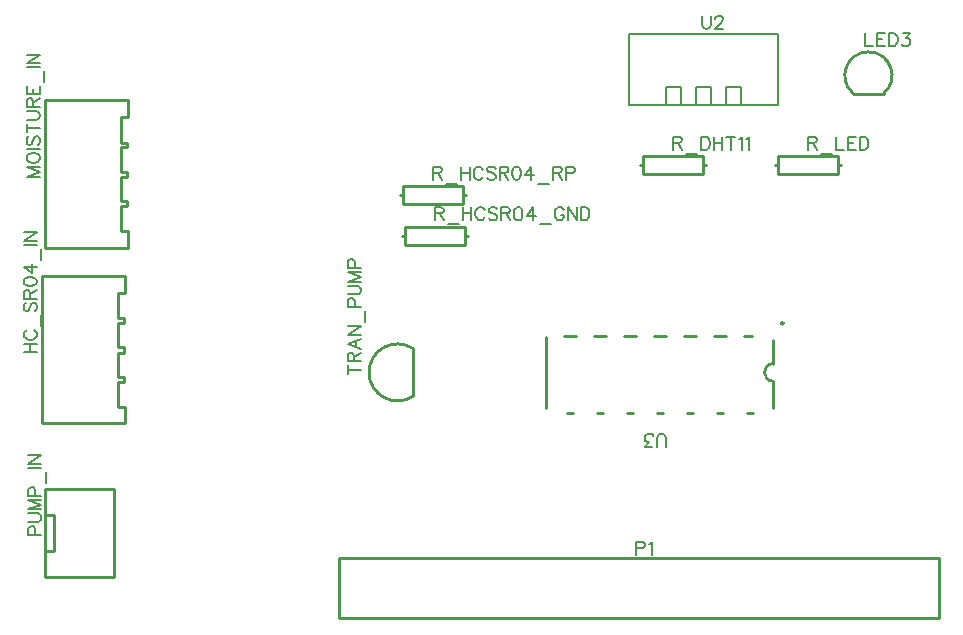
<source format=gto>
G04 Layer: TopSilkLayer*
G04 EasyEDA v6.4.25, 2021-11-13T19:12:50+01:00*
G04 31547cc466d84fccb4009b5d61a499b9,d3ae98efc0754b289f344a683f097ee4,10*
G04 Gerber Generator version 0.2*
G04 Scale: 100 percent, Rotated: No, Reflected: No *
G04 Dimensions in millimeters *
G04 leading zeros omitted , absolute positions ,4 integer and 5 decimal *
%FSLAX45Y45*%
%MOMM*%

%ADD10C,0.2540*%
%ADD23C,0.2032*%
%ADD24C,0.1524*%

%LPD*%
D24*
X37084Y2355469D02*
G01*
X146050Y2355469D01*
X37084Y2428112D02*
G01*
X146050Y2428112D01*
X88900Y2355469D02*
G01*
X88900Y2428112D01*
X62992Y2540380D02*
G01*
X52578Y2535301D01*
X42163Y2524887D01*
X37084Y2514472D01*
X37084Y2493645D01*
X42163Y2483230D01*
X52578Y2472817D01*
X62992Y2467737D01*
X78739Y2462403D01*
X104647Y2462403D01*
X120142Y2467737D01*
X130555Y2472817D01*
X140970Y2483230D01*
X146050Y2493645D01*
X146050Y2514472D01*
X140970Y2524887D01*
X130555Y2535301D01*
X120142Y2540380D01*
X182626Y2574670D02*
G01*
X182626Y2668143D01*
X52578Y2775330D02*
G01*
X42163Y2764917D01*
X37084Y2749169D01*
X37084Y2728595D01*
X42163Y2712846D01*
X52578Y2702432D01*
X62992Y2702432D01*
X73405Y2707767D01*
X78739Y2712846D01*
X83820Y2723261D01*
X94234Y2754503D01*
X99313Y2764917D01*
X104647Y2769996D01*
X115062Y2775330D01*
X130555Y2775330D01*
X140970Y2764917D01*
X146050Y2749169D01*
X146050Y2728595D01*
X140970Y2712846D01*
X130555Y2702432D01*
X37084Y2809620D02*
G01*
X146050Y2809620D01*
X37084Y2809620D02*
G01*
X37084Y2856356D01*
X42163Y2871851D01*
X47497Y2877185D01*
X57912Y2882264D01*
X68326Y2882264D01*
X78739Y2877185D01*
X83820Y2871851D01*
X88900Y2856356D01*
X88900Y2809620D01*
X88900Y2845943D02*
G01*
X146050Y2882264D01*
X37084Y2947796D02*
G01*
X42163Y2932048D01*
X57912Y2921888D01*
X83820Y2916554D01*
X99313Y2916554D01*
X125476Y2921888D01*
X140970Y2932048D01*
X146050Y2947796D01*
X146050Y2958211D01*
X140970Y2973704D01*
X125476Y2984119D01*
X99313Y2989198D01*
X83820Y2989198D01*
X57912Y2984119D01*
X42163Y2973704D01*
X37084Y2958211D01*
X37084Y2947796D01*
X37084Y3075559D02*
G01*
X109728Y3023488D01*
X109728Y3101467D01*
X37084Y3075559D02*
G01*
X146050Y3075559D01*
X182626Y3135756D02*
G01*
X182626Y3229229D01*
X37084Y3263519D02*
G01*
X146050Y3263519D01*
X37084Y3297809D02*
G01*
X146050Y3297809D01*
X37084Y3297809D02*
G01*
X146050Y3370706D01*
X37084Y3370706D02*
G01*
X146050Y3370706D01*
X62484Y3841369D02*
G01*
X171450Y3841369D01*
X62484Y3841369D02*
G01*
X171450Y3883025D01*
X62484Y3924427D02*
G01*
X171450Y3883025D01*
X62484Y3924427D02*
G01*
X171450Y3924427D01*
X62484Y3989959D02*
G01*
X67563Y3979545D01*
X77978Y3969130D01*
X88392Y3964051D01*
X104139Y3958717D01*
X130047Y3958717D01*
X145542Y3964051D01*
X155955Y3969130D01*
X166370Y3979545D01*
X171450Y3989959D01*
X171450Y4010787D01*
X166370Y4021201D01*
X155955Y4031614D01*
X145542Y4036695D01*
X130047Y4042029D01*
X104139Y4042029D01*
X88392Y4036695D01*
X77978Y4031614D01*
X67563Y4021201D01*
X62484Y4010787D01*
X62484Y3989959D01*
X62484Y4076319D02*
G01*
X171450Y4076319D01*
X77978Y4183253D02*
G01*
X67563Y4172838D01*
X62484Y4157345D01*
X62484Y4136517D01*
X67563Y4120769D01*
X77978Y4110609D01*
X88392Y4110609D01*
X98805Y4115688D01*
X104139Y4120769D01*
X109220Y4131182D01*
X119634Y4162425D01*
X124713Y4172838D01*
X130047Y4177919D01*
X140462Y4183253D01*
X155955Y4183253D01*
X166370Y4172838D01*
X171450Y4157345D01*
X171450Y4136517D01*
X166370Y4120769D01*
X155955Y4110609D01*
X62484Y4253864D02*
G01*
X171450Y4253864D01*
X62484Y4217543D02*
G01*
X62484Y4290187D01*
X62484Y4324477D02*
G01*
X140462Y4324477D01*
X155955Y4329811D01*
X166370Y4340225D01*
X171450Y4355719D01*
X171450Y4366132D01*
X166370Y4381627D01*
X155955Y4392040D01*
X140462Y4397375D01*
X62484Y4397375D01*
X62484Y4431664D02*
G01*
X171450Y4431664D01*
X62484Y4431664D02*
G01*
X62484Y4478401D01*
X67563Y4493895D01*
X72897Y4499229D01*
X83312Y4504309D01*
X93726Y4504309D01*
X104139Y4499229D01*
X109220Y4493895D01*
X114300Y4478401D01*
X114300Y4431664D01*
X114300Y4467987D02*
G01*
X171450Y4504309D01*
X62484Y4538598D02*
G01*
X171450Y4538598D01*
X62484Y4538598D02*
G01*
X62484Y4606162D01*
X114300Y4538598D02*
G01*
X114300Y4580254D01*
X171450Y4538598D02*
G01*
X171450Y4606162D01*
X208026Y4640453D02*
G01*
X208026Y4733925D01*
X62484Y4768214D02*
G01*
X171450Y4768214D01*
X62484Y4802504D02*
G01*
X171450Y4802504D01*
X62484Y4802504D02*
G01*
X171450Y4875148D01*
X62484Y4875148D02*
G01*
X171450Y4875148D01*
X7162800Y5055615D02*
G01*
X7162800Y4946650D01*
X7162800Y4946650D02*
G01*
X7225029Y4946650D01*
X7259320Y5055615D02*
G01*
X7259320Y4946650D01*
X7259320Y5055615D02*
G01*
X7326884Y5055615D01*
X7259320Y5003800D02*
G01*
X7300975Y5003800D01*
X7259320Y4946650D02*
G01*
X7326884Y4946650D01*
X7361174Y5055615D02*
G01*
X7361174Y4946650D01*
X7361174Y5055615D02*
G01*
X7397750Y5055615D01*
X7413243Y5050536D01*
X7423658Y5040121D01*
X7428738Y5029707D01*
X7434072Y5013960D01*
X7434072Y4988052D01*
X7428738Y4972557D01*
X7423658Y4962144D01*
X7413243Y4951729D01*
X7397750Y4946650D01*
X7361174Y4946650D01*
X7478775Y5055615D02*
G01*
X7535925Y5055615D01*
X7504684Y5013960D01*
X7520177Y5013960D01*
X7530591Y5008879D01*
X7535925Y5003800D01*
X7541006Y4988052D01*
X7541006Y4977637D01*
X7535925Y4962144D01*
X7525511Y4951729D01*
X7509763Y4946650D01*
X7494270Y4946650D01*
X7478775Y4951729D01*
X7473441Y4956810D01*
X7468361Y4967223D01*
X5219700Y750315D02*
G01*
X5219700Y641350D01*
X5219700Y750315D02*
G01*
X5266436Y750315D01*
X5281929Y745236D01*
X5287263Y739902D01*
X5292343Y729487D01*
X5292343Y713994D01*
X5287263Y703579D01*
X5281929Y698500D01*
X5266436Y693165D01*
X5219700Y693165D01*
X5326634Y729487D02*
G01*
X5337047Y734821D01*
X5352795Y750315D01*
X5352795Y641350D01*
X75184Y810099D02*
G01*
X184150Y810099D01*
X75184Y810099D02*
G01*
X75184Y856835D01*
X80263Y872329D01*
X85597Y877663D01*
X96012Y882743D01*
X111505Y882743D01*
X121920Y877663D01*
X127000Y872329D01*
X132334Y856835D01*
X132334Y810099D01*
X75184Y917033D02*
G01*
X153162Y917033D01*
X168655Y922367D01*
X179070Y932781D01*
X184150Y948275D01*
X184150Y958689D01*
X179070Y974183D01*
X168655Y984597D01*
X153162Y989931D01*
X75184Y989931D01*
X75184Y1024221D02*
G01*
X184150Y1024221D01*
X75184Y1024221D02*
G01*
X184150Y1065623D01*
X75184Y1107279D02*
G01*
X184150Y1065623D01*
X75184Y1107279D02*
G01*
X184150Y1107279D01*
X75184Y1141569D02*
G01*
X184150Y1141569D01*
X75184Y1141569D02*
G01*
X75184Y1188305D01*
X80263Y1203799D01*
X85597Y1209133D01*
X96012Y1214213D01*
X111505Y1214213D01*
X121920Y1209133D01*
X127000Y1203799D01*
X132334Y1188305D01*
X132334Y1141569D01*
X220726Y1248503D02*
G01*
X220726Y1342229D01*
X75184Y1376519D02*
G01*
X184150Y1376519D01*
X75184Y1410809D02*
G01*
X184150Y1410809D01*
X75184Y1410809D02*
G01*
X184150Y1483453D01*
X75184Y1483453D02*
G01*
X184150Y1483453D01*
X5537200Y4179315D02*
G01*
X5537200Y4070350D01*
X5537200Y4179315D02*
G01*
X5583936Y4179315D01*
X5599429Y4174236D01*
X5604763Y4168902D01*
X5609843Y4158487D01*
X5609843Y4148073D01*
X5604763Y4137660D01*
X5599429Y4132579D01*
X5583936Y4127500D01*
X5537200Y4127500D01*
X5573522Y4127500D02*
G01*
X5609843Y4070350D01*
X5644134Y4033773D02*
G01*
X5737859Y4033773D01*
X5772150Y4179315D02*
G01*
X5772150Y4070350D01*
X5772150Y4179315D02*
G01*
X5808472Y4179315D01*
X5823965Y4174236D01*
X5834379Y4163821D01*
X5839459Y4153407D01*
X5844793Y4137660D01*
X5844793Y4111752D01*
X5839459Y4096257D01*
X5834379Y4085844D01*
X5823965Y4075429D01*
X5808472Y4070350D01*
X5772150Y4070350D01*
X5879084Y4179315D02*
G01*
X5879084Y4070350D01*
X5951727Y4179315D02*
G01*
X5951727Y4070350D01*
X5879084Y4127500D02*
G01*
X5951727Y4127500D01*
X6022340Y4179315D02*
G01*
X6022340Y4070350D01*
X5986018Y4179315D02*
G01*
X6058915Y4179315D01*
X6093206Y4158487D02*
G01*
X6103620Y4163821D01*
X6119113Y4179315D01*
X6119113Y4070350D01*
X6153404Y4158487D02*
G01*
X6163818Y4163821D01*
X6179311Y4179315D01*
X6179311Y4070350D01*
X3517900Y3582415D02*
G01*
X3517900Y3473450D01*
X3517900Y3582415D02*
G01*
X3564636Y3582415D01*
X3580129Y3577336D01*
X3585463Y3572002D01*
X3590543Y3561587D01*
X3590543Y3551173D01*
X3585463Y3540760D01*
X3580129Y3535679D01*
X3564636Y3530600D01*
X3517900Y3530600D01*
X3554222Y3530600D02*
G01*
X3590543Y3473450D01*
X3624834Y3436873D02*
G01*
X3718559Y3436873D01*
X3752850Y3582415D02*
G01*
X3752850Y3473450D01*
X3825493Y3582415D02*
G01*
X3825493Y3473450D01*
X3752850Y3530600D02*
G01*
X3825493Y3530600D01*
X3937761Y3556507D02*
G01*
X3932427Y3566921D01*
X3922013Y3577336D01*
X3911600Y3582415D01*
X3891025Y3582415D01*
X3880611Y3577336D01*
X3870197Y3566921D01*
X3864863Y3556507D01*
X3859784Y3540760D01*
X3859784Y3514852D01*
X3864863Y3499357D01*
X3870197Y3488944D01*
X3880611Y3478529D01*
X3891025Y3473450D01*
X3911600Y3473450D01*
X3922013Y3478529D01*
X3932427Y3488944D01*
X3937761Y3499357D01*
X4044695Y3566921D02*
G01*
X4034281Y3577336D01*
X4018788Y3582415D01*
X3997959Y3582415D01*
X3982465Y3577336D01*
X3972052Y3566921D01*
X3972052Y3556507D01*
X3977131Y3546094D01*
X3982465Y3540760D01*
X3992879Y3535679D01*
X4023868Y3525265D01*
X4034281Y3520186D01*
X4039615Y3514852D01*
X4044695Y3504437D01*
X4044695Y3488944D01*
X4034281Y3478529D01*
X4018788Y3473450D01*
X3997959Y3473450D01*
X3982465Y3478529D01*
X3972052Y3488944D01*
X4078986Y3582415D02*
G01*
X4078986Y3473450D01*
X4078986Y3582415D02*
G01*
X4125722Y3582415D01*
X4141470Y3577336D01*
X4146550Y3572002D01*
X4151629Y3561587D01*
X4151629Y3551173D01*
X4146550Y3540760D01*
X4141470Y3535679D01*
X4125722Y3530600D01*
X4078986Y3530600D01*
X4115308Y3530600D02*
G01*
X4151629Y3473450D01*
X4217161Y3582415D02*
G01*
X4201668Y3577336D01*
X4191254Y3561587D01*
X4185920Y3535679D01*
X4185920Y3520186D01*
X4191254Y3494023D01*
X4201668Y3478529D01*
X4217161Y3473450D01*
X4227575Y3473450D01*
X4243070Y3478529D01*
X4253484Y3494023D01*
X4258818Y3520186D01*
X4258818Y3535679D01*
X4253484Y3561587D01*
X4243070Y3577336D01*
X4227575Y3582415D01*
X4217161Y3582415D01*
X4344924Y3582415D02*
G01*
X4293108Y3509771D01*
X4371086Y3509771D01*
X4344924Y3582415D02*
G01*
X4344924Y3473450D01*
X4405375Y3436873D02*
G01*
X4498847Y3436873D01*
X4611115Y3556507D02*
G01*
X4605781Y3566921D01*
X4595368Y3577336D01*
X4584954Y3582415D01*
X4564379Y3582415D01*
X4553965Y3577336D01*
X4543552Y3566921D01*
X4538218Y3556507D01*
X4533138Y3540760D01*
X4533138Y3514852D01*
X4538218Y3499357D01*
X4543552Y3488944D01*
X4553965Y3478529D01*
X4564379Y3473450D01*
X4584954Y3473450D01*
X4595368Y3478529D01*
X4605781Y3488944D01*
X4611115Y3499357D01*
X4611115Y3514852D01*
X4584954Y3514852D02*
G01*
X4611115Y3514852D01*
X4645406Y3582415D02*
G01*
X4645406Y3473450D01*
X4645406Y3582415D02*
G01*
X4718050Y3473450D01*
X4718050Y3582415D02*
G01*
X4718050Y3473450D01*
X4752340Y3582415D02*
G01*
X4752340Y3473450D01*
X4752340Y3582415D02*
G01*
X4788661Y3582415D01*
X4804409Y3577336D01*
X4814570Y3566921D01*
X4819904Y3556507D01*
X4824984Y3540760D01*
X4824984Y3514852D01*
X4819904Y3499357D01*
X4814570Y3488944D01*
X4804409Y3478529D01*
X4788661Y3473450D01*
X4752340Y3473450D01*
X3505200Y3925315D02*
G01*
X3505200Y3816350D01*
X3505200Y3925315D02*
G01*
X3551936Y3925315D01*
X3567429Y3920236D01*
X3572763Y3914902D01*
X3577843Y3904487D01*
X3577843Y3894073D01*
X3572763Y3883660D01*
X3567429Y3878579D01*
X3551936Y3873500D01*
X3505200Y3873500D01*
X3541522Y3873500D02*
G01*
X3577843Y3816350D01*
X3612134Y3779773D02*
G01*
X3705859Y3779773D01*
X3740150Y3925315D02*
G01*
X3740150Y3816350D01*
X3812793Y3925315D02*
G01*
X3812793Y3816350D01*
X3740150Y3873500D02*
G01*
X3812793Y3873500D01*
X3925061Y3899407D02*
G01*
X3919727Y3909821D01*
X3909313Y3920236D01*
X3898900Y3925315D01*
X3878325Y3925315D01*
X3867911Y3920236D01*
X3857497Y3909821D01*
X3852163Y3899407D01*
X3847084Y3883660D01*
X3847084Y3857752D01*
X3852163Y3842257D01*
X3857497Y3831844D01*
X3867911Y3821429D01*
X3878325Y3816350D01*
X3898900Y3816350D01*
X3909313Y3821429D01*
X3919727Y3831844D01*
X3925061Y3842257D01*
X4031995Y3909821D02*
G01*
X4021581Y3920236D01*
X4006088Y3925315D01*
X3985259Y3925315D01*
X3969765Y3920236D01*
X3959352Y3909821D01*
X3959352Y3899407D01*
X3964431Y3888994D01*
X3969765Y3883660D01*
X3980179Y3878579D01*
X4011168Y3868165D01*
X4021581Y3863086D01*
X4026915Y3857752D01*
X4031995Y3847337D01*
X4031995Y3831844D01*
X4021581Y3821429D01*
X4006088Y3816350D01*
X3985259Y3816350D01*
X3969765Y3821429D01*
X3959352Y3831844D01*
X4066286Y3925315D02*
G01*
X4066286Y3816350D01*
X4066286Y3925315D02*
G01*
X4113022Y3925315D01*
X4128770Y3920236D01*
X4133850Y3914902D01*
X4138929Y3904487D01*
X4138929Y3894073D01*
X4133850Y3883660D01*
X4128770Y3878579D01*
X4113022Y3873500D01*
X4066286Y3873500D01*
X4102608Y3873500D02*
G01*
X4138929Y3816350D01*
X4204461Y3925315D02*
G01*
X4188968Y3920236D01*
X4178554Y3904487D01*
X4173220Y3878579D01*
X4173220Y3863086D01*
X4178554Y3836923D01*
X4188968Y3821429D01*
X4204461Y3816350D01*
X4214875Y3816350D01*
X4230370Y3821429D01*
X4240784Y3836923D01*
X4246118Y3863086D01*
X4246118Y3878579D01*
X4240784Y3904487D01*
X4230370Y3920236D01*
X4214875Y3925315D01*
X4204461Y3925315D01*
X4332224Y3925315D02*
G01*
X4280408Y3852671D01*
X4358386Y3852671D01*
X4332224Y3925315D02*
G01*
X4332224Y3816350D01*
X4392675Y3779773D02*
G01*
X4486147Y3779773D01*
X4520438Y3925315D02*
G01*
X4520438Y3816350D01*
X4520438Y3925315D02*
G01*
X4567174Y3925315D01*
X4582668Y3920236D01*
X4588002Y3914902D01*
X4593081Y3904487D01*
X4593081Y3894073D01*
X4588002Y3883660D01*
X4582668Y3878579D01*
X4567174Y3873500D01*
X4520438Y3873500D01*
X4556759Y3873500D02*
G01*
X4593081Y3816350D01*
X4627372Y3925315D02*
G01*
X4627372Y3816350D01*
X4627372Y3925315D02*
G01*
X4674108Y3925315D01*
X4689856Y3920236D01*
X4694936Y3914902D01*
X4700270Y3904487D01*
X4700270Y3888994D01*
X4694936Y3878579D01*
X4689856Y3873500D01*
X4674108Y3868165D01*
X4627372Y3868165D01*
X6680200Y4179315D02*
G01*
X6680200Y4070350D01*
X6680200Y4179315D02*
G01*
X6726936Y4179315D01*
X6742429Y4174236D01*
X6747763Y4168902D01*
X6752843Y4158487D01*
X6752843Y4148073D01*
X6747763Y4137660D01*
X6742429Y4132579D01*
X6726936Y4127500D01*
X6680200Y4127500D01*
X6716522Y4127500D02*
G01*
X6752843Y4070350D01*
X6787134Y4033773D02*
G01*
X6880859Y4033773D01*
X6915150Y4179315D02*
G01*
X6915150Y4070350D01*
X6915150Y4070350D02*
G01*
X6977379Y4070350D01*
X7011670Y4179315D02*
G01*
X7011670Y4070350D01*
X7011670Y4179315D02*
G01*
X7079234Y4179315D01*
X7011670Y4127500D02*
G01*
X7053325Y4127500D01*
X7011670Y4070350D02*
G01*
X7079234Y4070350D01*
X7113524Y4179315D02*
G01*
X7113524Y4070350D01*
X7113524Y4179315D02*
G01*
X7149845Y4179315D01*
X7165340Y4174236D01*
X7175754Y4163821D01*
X7181088Y4153407D01*
X7186168Y4137660D01*
X7186168Y4111752D01*
X7181088Y4096257D01*
X7175754Y4085844D01*
X7165340Y4075429D01*
X7149845Y4070350D01*
X7113524Y4070350D01*
X2780284Y2208021D02*
G01*
X2889250Y2208021D01*
X2780284Y2171700D02*
G01*
X2780284Y2244344D01*
X2780284Y2278634D02*
G01*
X2889250Y2278634D01*
X2780284Y2278634D02*
G01*
X2780284Y2325370D01*
X2785363Y2341118D01*
X2790697Y2346197D01*
X2801111Y2351531D01*
X2811525Y2351531D01*
X2821940Y2346197D01*
X2827020Y2341118D01*
X2832100Y2325370D01*
X2832100Y2278634D01*
X2832100Y2315210D02*
G01*
X2889250Y2351531D01*
X2780284Y2427223D02*
G01*
X2889250Y2385821D01*
X2780284Y2427223D02*
G01*
X2889250Y2468879D01*
X2852927Y2401315D02*
G01*
X2852927Y2453386D01*
X2780284Y2503170D02*
G01*
X2889250Y2503170D01*
X2780284Y2503170D02*
G01*
X2889250Y2575813D01*
X2780284Y2575813D02*
G01*
X2889250Y2575813D01*
X2925825Y2610104D02*
G01*
X2925825Y2703829D01*
X2780284Y2738120D02*
G01*
X2889250Y2738120D01*
X2780284Y2738120D02*
G01*
X2780284Y2784855D01*
X2785363Y2800350D01*
X2790697Y2805429D01*
X2801111Y2810763D01*
X2816606Y2810763D01*
X2827020Y2805429D01*
X2832100Y2800350D01*
X2837434Y2784855D01*
X2837434Y2738120D01*
X2780284Y2845054D02*
G01*
X2858261Y2845054D01*
X2873756Y2850134D01*
X2884170Y2860547D01*
X2889250Y2876295D01*
X2889250Y2886710D01*
X2884170Y2902204D01*
X2873756Y2912618D01*
X2858261Y2917697D01*
X2780284Y2917697D01*
X2780284Y2951987D02*
G01*
X2889250Y2951987D01*
X2780284Y2951987D02*
G01*
X2889250Y2993644D01*
X2780284Y3035300D02*
G01*
X2889250Y2993644D01*
X2780284Y3035300D02*
G01*
X2889250Y3035300D01*
X2780284Y3069589D02*
G01*
X2889250Y3069589D01*
X2780284Y3069589D02*
G01*
X2780284Y3116326D01*
X2785363Y3131820D01*
X2790697Y3136900D01*
X2801111Y3142234D01*
X2816606Y3142234D01*
X2827020Y3136900D01*
X2832100Y3131820D01*
X2837434Y3116326D01*
X2837434Y3069589D01*
X5779261Y5203413D02*
G01*
X5779261Y5125435D01*
X5784341Y5109941D01*
X5794756Y5099527D01*
X5810504Y5094447D01*
X5820918Y5094447D01*
X5836411Y5099527D01*
X5846825Y5109941D01*
X5851906Y5125435D01*
X5851906Y5203413D01*
X5891529Y5177505D02*
G01*
X5891529Y5182585D01*
X5896609Y5192999D01*
X5901943Y5198333D01*
X5912358Y5203413D01*
X5932931Y5203413D01*
X5943345Y5198333D01*
X5948679Y5192999D01*
X5953759Y5182585D01*
X5953759Y5172171D01*
X5948679Y5161757D01*
X5938265Y5146263D01*
X5886195Y5094447D01*
X5959093Y5094447D01*
X5473700Y1554683D02*
G01*
X5473700Y1632661D01*
X5468620Y1648155D01*
X5458206Y1658569D01*
X5442458Y1663649D01*
X5432043Y1663649D01*
X5416550Y1658569D01*
X5406136Y1648155D01*
X5401056Y1632661D01*
X5401056Y1554683D01*
X5356352Y1554683D02*
G01*
X5299202Y1554683D01*
X5330190Y1596339D01*
X5314695Y1596339D01*
X5304281Y1601419D01*
X5299202Y1606499D01*
X5293868Y1622247D01*
X5293868Y1632661D01*
X5299202Y1648155D01*
X5309615Y1658569D01*
X5325109Y1663649D01*
X5340604Y1663649D01*
X5356352Y1658569D01*
X5361431Y1653489D01*
X5366765Y1643075D01*
D10*
X890498Y1751711D02*
G01*
X190500Y1751711D01*
X190500Y1751711D02*
G01*
X190500Y3000629D01*
X894079Y3000629D02*
G01*
X194081Y3000629D01*
X891539Y1751711D02*
G01*
X891539Y1848230D01*
X891539Y1848230D02*
G01*
X891539Y1891411D01*
X833120Y1891411D01*
X833120Y2104770D01*
X886460Y2104770D01*
X886460Y2145411D01*
X840739Y2145411D01*
X886460Y2107311D02*
G01*
X886460Y2145411D01*
X833120Y2145411D01*
X833120Y2351151D01*
X885697Y2351151D01*
X885697Y2397125D01*
X839978Y2397125D01*
X886460Y2351151D02*
G01*
X886460Y2396870D01*
X833120Y2396870D01*
X833120Y2602864D01*
X881379Y2602864D01*
X881379Y2643504D01*
X835660Y2643504D01*
X833120Y2642488D02*
G01*
X833120Y2702940D01*
X833120Y2858388D01*
X894079Y2858388D01*
X894079Y3000629D01*
X915898Y3237611D02*
G01*
X215900Y3237611D01*
X215900Y3237611D02*
G01*
X215900Y4486529D01*
X919479Y4486529D02*
G01*
X219481Y4486529D01*
X916939Y3237611D02*
G01*
X916939Y3334130D01*
X916939Y3334130D02*
G01*
X916939Y3377311D01*
X858520Y3377311D01*
X858520Y3590670D01*
X911860Y3590670D01*
X911860Y3631311D01*
X866139Y3631311D01*
X911860Y3593211D02*
G01*
X911860Y3631311D01*
X858520Y3631311D01*
X858520Y3837051D01*
X911097Y3837051D01*
X911097Y3883025D01*
X865378Y3883025D01*
X911860Y3837051D02*
G01*
X911860Y3882770D01*
X858520Y3882770D01*
X858520Y4088764D01*
X906779Y4088764D01*
X906779Y4129404D01*
X861060Y4129404D01*
X858520Y4128388D02*
G01*
X858520Y4188840D01*
X858520Y4344288D01*
X919479Y4344288D01*
X919479Y4486529D01*
X7061200Y4543552D02*
G01*
X7315987Y4543018D01*
X7785100Y609600D02*
G01*
X7785100Y101600D01*
X2705100Y609600D02*
G01*
X7785100Y609600D01*
X2705100Y609600D02*
G01*
X2705100Y101600D01*
X2705100Y101600D02*
G01*
X7785100Y101600D01*
X228600Y673100D02*
G01*
X292100Y673100D01*
X292100Y977900D01*
X219702Y977900D01*
X799696Y450499D02*
G01*
X799696Y1200500D01*
X799696Y450499D02*
G01*
X219702Y450499D01*
X219702Y1200500D01*
X799696Y1200500D01*
X219710Y766665D02*
G01*
X219710Y742789D01*
X5283200Y3937000D02*
G01*
X5257800Y3937000D01*
X5791200Y3937000D02*
G01*
X5816600Y3937000D01*
X5283200Y3937000D02*
G01*
X5283200Y4013200D01*
X5283200Y3860800D02*
G01*
X5283200Y3937000D01*
X5791200Y3860800D02*
G01*
X5283200Y3860800D01*
X5791200Y3937000D02*
G01*
X5791200Y3860800D01*
X5791200Y4013200D02*
G01*
X5791200Y3937000D01*
X5283200Y4013200D02*
G01*
X5791200Y4013200D01*
X3263900Y3340100D02*
G01*
X3238500Y3340100D01*
X3771900Y3340100D02*
G01*
X3797300Y3340100D01*
X3263900Y3340100D02*
G01*
X3263900Y3416300D01*
X3263900Y3263900D02*
G01*
X3263900Y3340100D01*
X3771900Y3263900D02*
G01*
X3263900Y3263900D01*
X3771900Y3340100D02*
G01*
X3771900Y3263900D01*
X3771900Y3416300D02*
G01*
X3771900Y3340100D01*
X3263900Y3416300D02*
G01*
X3771900Y3416300D01*
X3251200Y3683000D02*
G01*
X3225800Y3683000D01*
X3759200Y3683000D02*
G01*
X3784600Y3683000D01*
X3251200Y3683000D02*
G01*
X3251200Y3759200D01*
X3251200Y3606800D02*
G01*
X3251200Y3683000D01*
X3759200Y3606800D02*
G01*
X3251200Y3606800D01*
X3759200Y3683000D02*
G01*
X3759200Y3606800D01*
X3759200Y3759200D02*
G01*
X3759200Y3683000D01*
X3251200Y3759200D02*
G01*
X3759200Y3759200D01*
X6426200Y3937000D02*
G01*
X6400800Y3937000D01*
X6934200Y3937000D02*
G01*
X6959600Y3937000D01*
X6426200Y3937000D02*
G01*
X6426200Y4013200D01*
X6426200Y3860800D02*
G01*
X6426200Y3937000D01*
X6934200Y3860800D02*
G01*
X6426200Y3860800D01*
X6934200Y3937000D02*
G01*
X6934200Y3860800D01*
X6934200Y4013200D02*
G01*
X6934200Y3937000D01*
X6426200Y4013200D02*
G01*
X6934200Y4013200D01*
X3335020Y1983945D02*
G01*
X3334981Y2384844D01*
D23*
X6108700Y4445223D02*
G01*
X6108700Y4604735D01*
X5981700Y4604735D01*
X5981700Y4445223D01*
X5854700Y4445223D02*
G01*
X5854700Y4604735D01*
X5727700Y4604735D01*
X5727700Y4445223D01*
X5600700Y4445223D02*
G01*
X5600700Y4604735D01*
X5473700Y4604735D01*
X5473700Y4445223D01*
X5160263Y4445223D02*
G01*
X6172200Y4445223D01*
X6422136Y4445223D01*
X6422136Y4449287D02*
G01*
X6422136Y4795235D01*
X6422136Y5045171D01*
X6172200Y5045171D01*
X5160263Y5045171D01*
X5160263Y4795235D01*
X5160263Y4449287D01*
D10*
X4708243Y2491399D02*
G01*
X4613556Y2491399D01*
X4962243Y2491399D02*
G01*
X4867556Y2491399D01*
X5216243Y2491399D02*
G01*
X5121556Y2491399D01*
X5470243Y2491399D02*
G01*
X5375556Y2491399D01*
X5724243Y2491399D02*
G01*
X5629556Y2491399D01*
X5978243Y2491399D02*
G01*
X5883556Y2491399D01*
X6197897Y2491399D02*
G01*
X6137556Y2491399D01*
X4685286Y1838401D02*
G01*
X4636513Y1838401D01*
X4939286Y1838401D02*
G01*
X4890513Y1838401D01*
X5193286Y1838401D02*
G01*
X5144513Y1838401D01*
X5447286Y1838401D02*
G01*
X5398513Y1838401D01*
X5701286Y1838401D02*
G01*
X5652513Y1838401D01*
X5955286Y1838401D02*
G01*
X5906513Y1838401D01*
X6209286Y1838401D02*
G01*
X6160513Y1838401D01*
X6382895Y2259281D02*
G01*
X6382895Y2456294D01*
X6382898Y2109401D02*
G01*
X6382898Y1885850D01*
X4457900Y2487609D02*
G01*
X4457900Y1881190D01*
G75*
G01*
X7314743Y4543552D02*
G03*
X7061251Y4543552I-126746J154710D01*
G75*
G01*
X3335002Y2384844D02*
G03*
X3334982Y1983946I-134345J-200442D01*
G75*
G01*
X6382898Y2109401D02*
G02*
X6382896Y2259282I-1J74941D01*
G75*
G01
X6468897Y2600401D02*
G03X6468897Y2600401I-10008J0D01*
M02*

</source>
